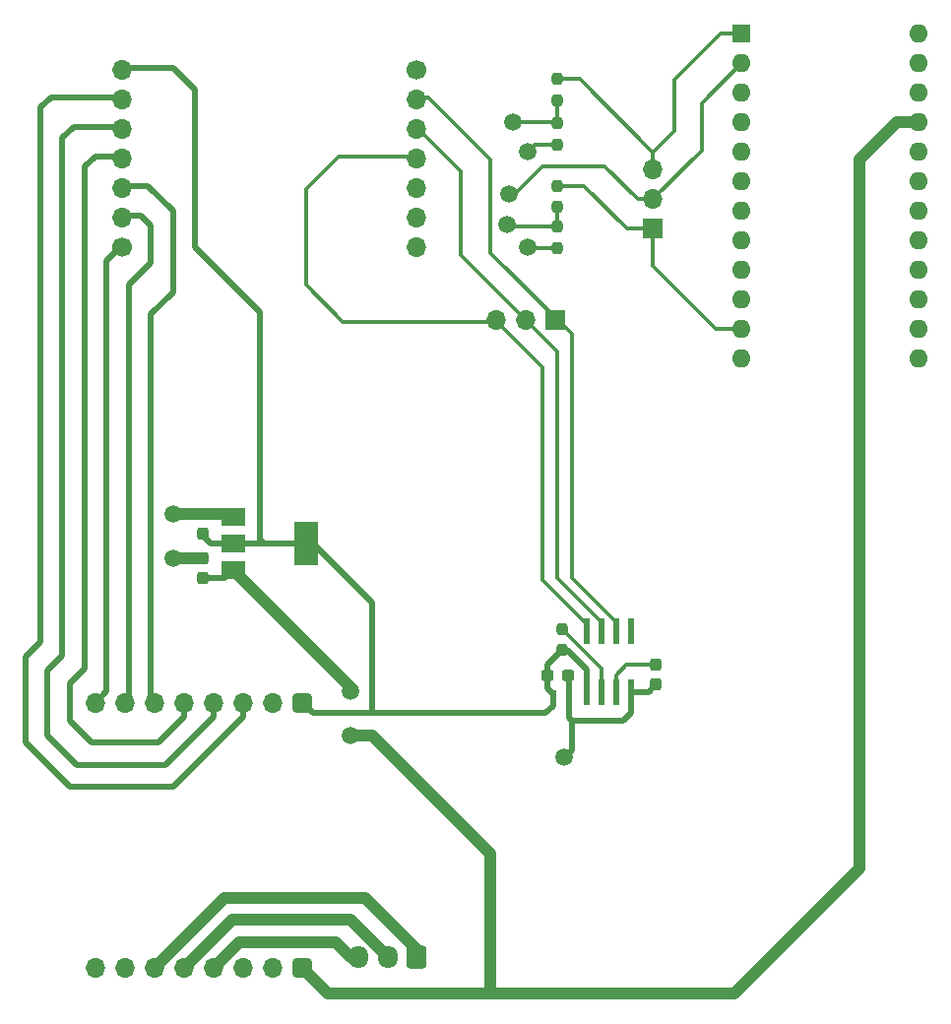
<source format=gbr>
%TF.GenerationSoftware,KiCad,Pcbnew,(6.0.1)*%
%TF.CreationDate,2023-03-02T15:38:04+08:00*%
%TF.ProjectId,Scroller Motor 1,5363726f-6c6c-4657-9220-4d6f746f7220,rev?*%
%TF.SameCoordinates,Original*%
%TF.FileFunction,Copper,L1,Top*%
%TF.FilePolarity,Positive*%
%FSLAX46Y46*%
G04 Gerber Fmt 4.6, Leading zero omitted, Abs format (unit mm)*
G04 Created by KiCad (PCBNEW (6.0.1)) date 2023-03-02 15:38:04*
%MOMM*%
%LPD*%
G01*
G04 APERTURE LIST*
G04 Aperture macros list*
%AMRoundRect*
0 Rectangle with rounded corners*
0 $1 Rounding radius*
0 $2 $3 $4 $5 $6 $7 $8 $9 X,Y pos of 4 corners*
0 Add a 4 corners polygon primitive as box body*
4,1,4,$2,$3,$4,$5,$6,$7,$8,$9,$2,$3,0*
0 Add four circle primitives for the rounded corners*
1,1,$1+$1,$2,$3*
1,1,$1+$1,$4,$5*
1,1,$1+$1,$6,$7*
1,1,$1+$1,$8,$9*
0 Add four rect primitives between the rounded corners*
20,1,$1+$1,$2,$3,$4,$5,0*
20,1,$1+$1,$4,$5,$6,$7,0*
20,1,$1+$1,$6,$7,$8,$9,0*
20,1,$1+$1,$8,$9,$2,$3,0*%
G04 Aperture macros list end*
%TA.AperFunction,ComponentPad*%
%ADD10RoundRect,0.399500X0.450500X-0.450500X0.450500X0.450500X-0.450500X0.450500X-0.450500X-0.450500X0*%
%TD*%
%TA.AperFunction,ComponentPad*%
%ADD11O,1.700000X1.700000*%
%TD*%
%TA.AperFunction,SMDPad,CuDef*%
%ADD12RoundRect,0.237500X-0.300000X-0.237500X0.300000X-0.237500X0.300000X0.237500X-0.300000X0.237500X0*%
%TD*%
%TA.AperFunction,ComponentPad*%
%ADD13R,1.700000X1.700000*%
%TD*%
%TA.AperFunction,SMDPad,CuDef*%
%ADD14RoundRect,0.237500X0.237500X-0.300000X0.237500X0.300000X-0.237500X0.300000X-0.237500X-0.300000X0*%
%TD*%
%TA.AperFunction,SMDPad,CuDef*%
%ADD15RoundRect,0.237500X-0.237500X0.250000X-0.237500X-0.250000X0.237500X-0.250000X0.237500X0.250000X0*%
%TD*%
%TA.AperFunction,SMDPad,CuDef*%
%ADD16RoundRect,0.237500X0.237500X-0.250000X0.237500X0.250000X-0.237500X0.250000X-0.237500X-0.250000X0*%
%TD*%
%TA.AperFunction,ComponentPad*%
%ADD17R,1.600000X1.600000*%
%TD*%
%TA.AperFunction,ComponentPad*%
%ADD18O,1.600000X1.600000*%
%TD*%
%TA.AperFunction,ComponentPad*%
%ADD19C,1.700000*%
%TD*%
%TA.AperFunction,SMDPad,CuDef*%
%ADD20R,2.000000X1.500000*%
%TD*%
%TA.AperFunction,SMDPad,CuDef*%
%ADD21R,2.000000X3.800000*%
%TD*%
%TA.AperFunction,SMDPad,CuDef*%
%ADD22R,0.600000X2.200000*%
%TD*%
%TA.AperFunction,SMDPad,CuDef*%
%ADD23R,0.600000X0.700000*%
%TD*%
%TA.AperFunction,ComponentPad*%
%ADD24RoundRect,0.250000X0.600000X0.725000X-0.600000X0.725000X-0.600000X-0.725000X0.600000X-0.725000X0*%
%TD*%
%TA.AperFunction,ComponentPad*%
%ADD25O,1.700000X1.950000*%
%TD*%
%TA.AperFunction,ViaPad*%
%ADD26C,1.500000*%
%TD*%
%TA.AperFunction,Conductor*%
%ADD27C,0.500000*%
%TD*%
%TA.AperFunction,Conductor*%
%ADD28C,0.300000*%
%TD*%
%TA.AperFunction,Conductor*%
%ADD29C,1.000000*%
%TD*%
G04 APERTURE END LIST*
D10*
%TO.P,TMC1,1,+VCC_IO*%
%TO.N,+3V3*%
X100622893Y-130547107D03*
D11*
%TO.P,TMC1,2,GND*%
%TO.N,GND*%
X98082893Y-130547107D03*
%TO.P,TMC1,3,UH_in*%
%TO.N,UH_in*%
X95542893Y-130547107D03*
%TO.P,TMC1,4,UL_in*%
%TO.N,UL_in*%
X93002893Y-130547107D03*
%TO.P,TMC1,5,VH_in*%
%TO.N,VH_in*%
X90462893Y-130547107D03*
%TO.P,TMC1,6,VL_in*%
%TO.N,VL_in*%
X87922893Y-130547107D03*
%TO.P,TMC1,7,WH_in*%
%TO.N,WH_in*%
X85382893Y-130547107D03*
%TO.P,TMC1,8,WL_in*%
%TO.N,WL_in*%
X82842893Y-130547107D03*
D10*
%TO.P,TMC1,9,+VBAT*%
%TO.N,+5V*%
X100622893Y-153347107D03*
D11*
%TO.P,TMC1,10,GND*%
%TO.N,GND*%
X98082893Y-153347107D03*
%TO.P,TMC1,11,GND*%
X95542893Y-153347107D03*
%TO.P,TMC1,12,W*%
%TO.N,/W_Out*%
X93002893Y-153347107D03*
%TO.P,TMC1,13,V*%
%TO.N,/V_Out*%
X90462893Y-153347107D03*
%TO.P,TMC1,14,W*%
%TO.N,/U_Out*%
X87922893Y-153347107D03*
%TO.P,TMC1,15,GND*%
%TO.N,GND*%
X85382893Y-153347107D03*
%TO.P,TMC1,16,DIAG*%
%TO.N,unconnected-(TMC1-Pad16)*%
X82842893Y-153347107D03*
%TD*%
D12*
%TO.P,C4,1*%
%TO.N,+3V3*%
X121737500Y-128200000D03*
%TO.P,C4,2*%
%TO.N,GND*%
X123462500Y-128200000D03*
%TD*%
D13*
%TO.P,J2,1,Pin_1*%
%TO.N,SDA*%
X122400000Y-97600000D03*
D11*
%TO.P,J2,2,Pin_2*%
%TO.N,SCL*%
X119860000Y-97600000D03*
%TO.P,J2,3,Pin_3*%
%TO.N,CSn*%
X117320000Y-97600000D03*
%TD*%
D13*
%TO.P,J3,1,Pin_1*%
%TO.N,BTN_NEXT_O*%
X130800000Y-89800000D03*
D11*
%TO.P,J3,2,Pin_2*%
%TO.N,SERIAL_TX*%
X130800000Y-87260000D03*
%TO.P,J3,3,Pin_3*%
%TO.N,SERIAL_RX*%
X130800000Y-84720000D03*
%TD*%
D14*
%TO.P,C3,1*%
%TO.N,GND*%
X131000000Y-129000000D03*
%TO.P,C3,2*%
%TO.N,Net-(C3-Pad2)*%
X131000000Y-127275000D03*
%TD*%
%TO.P,C1,1*%
%TO.N,+5V*%
X92075000Y-119835000D03*
%TO.P,C1,2*%
%TO.N,GND*%
X92075000Y-118110000D03*
%TD*%
D15*
%TO.P,RM_1,1*%
%TO.N,BTN_NEXT_O*%
X122555000Y-86082500D03*
%TO.P,RM_1,2*%
%TO.N,BTN_NXT*%
X122555000Y-87907500D03*
%TD*%
%TO.P,RS_2,1*%
%TO.N,Net-(ESP32-Pad12)*%
X122555000Y-80725000D03*
%TO.P,RS_2,2*%
%TO.N,GND*%
X122555000Y-82550000D03*
%TD*%
D16*
%TO.P,RT_1,2*%
%TO.N,Net-(MT6701-Pad2)*%
X123000000Y-124200000D03*
%TO.P,RT_1,1*%
%TO.N,+3V3*%
X123000000Y-126025000D03*
%TD*%
D17*
%TO.P,QMK1,1,D1/TX*%
%TO.N,SERIAL_RX*%
X138430000Y-73025000D03*
D18*
%TO.P,QMK1,2,D0/RX*%
%TO.N,SERIAL_TX*%
X138430000Y-75565000D03*
%TO.P,QMK1,3,GND*%
%TO.N,GND*%
X138430000Y-78105000D03*
%TO.P,QMK1,4,GND*%
X138430000Y-80645000D03*
%TO.P,QMK1,5,D2*%
%TO.N,unconnected-(QMK1-Pad5)*%
X138430000Y-83185000D03*
%TO.P,QMK1,6,~D3*%
%TO.N,unconnected-(QMK1-Pad6)*%
X138430000Y-85725000D03*
%TO.P,QMK1,7,D4/A6*%
%TO.N,unconnected-(QMK1-Pad7)*%
X138430000Y-88265000D03*
%TO.P,QMK1,8,~D5*%
%TO.N,unconnected-(QMK1-Pad8)*%
X138430000Y-90805000D03*
%TO.P,QMK1,9,~D6/A7*%
%TO.N,unconnected-(QMK1-Pad9)*%
X138430000Y-93345000D03*
%TO.P,QMK1,10,D7*%
%TO.N,unconnected-(QMK1-Pad10)*%
X138430000Y-95885000D03*
%TO.P,QMK1,11,D8/A8*%
%TO.N,BTN_NEXT_O*%
X138430000Y-98425000D03*
%TO.P,QMK1,12,~D9/A9*%
%TO.N,unconnected-(QMK1-Pad12)*%
X138430000Y-100965000D03*
%TO.P,QMK1,13,~D10/A10*%
%TO.N,Col 4*%
X153670000Y-100965000D03*
%TO.P,QMK1,14,D16*%
%TO.N,Col 3*%
X153670000Y-98425000D03*
%TO.P,QMK1,15,D14*%
%TO.N,Col 2*%
X153670000Y-95885000D03*
%TO.P,QMK1,16,D15*%
%TO.N,Col 1*%
X153670000Y-93345000D03*
%TO.P,QMK1,17,D18/A0*%
%TO.N,Row 4*%
X153670000Y-90805000D03*
%TO.P,QMK1,18,D19/A1*%
%TO.N,Row 3*%
X153670000Y-88265000D03*
%TO.P,QMK1,19,D20/A2*%
%TO.N,Row 2*%
X153670000Y-85725000D03*
%TO.P,QMK1,20,D21/A3*%
%TO.N,Row 1*%
X153670000Y-83185000D03*
%TO.P,QMK1,21,VCC*%
%TO.N,+5V*%
X153670000Y-80645000D03*
%TO.P,QMK1,22,RST*%
%TO.N,unconnected-(QMK1-Pad22)*%
X153670000Y-78105000D03*
%TO.P,QMK1,23,GND*%
%TO.N,GND*%
X153670000Y-75565000D03*
%TO.P,QMK1,24,RAW*%
%TO.N,unconnected-(QMK1-Pad24)*%
X153670000Y-73025000D03*
%TD*%
D15*
%TO.P,RM_2,1*%
%TO.N,BTN_NXT*%
X122555000Y-89615000D03*
%TO.P,RM_2,2*%
%TO.N,GND*%
X122555000Y-91440000D03*
%TD*%
D11*
%TO.P,ESP32,1,3V3*%
%TO.N,+3V3*%
X85170500Y-76106000D03*
%TO.P,ESP32,2,UH*%
%TO.N,UH_in*%
X85170500Y-78646000D03*
%TO.P,ESP32,3,UL*%
%TO.N,UL_in*%
X85170500Y-81186000D03*
%TO.P,ESP32,4,VH*%
%TO.N,VH_in*%
X85170500Y-83726000D03*
%TO.P,ESP32,5,VL*%
%TO.N,VL_in*%
X85170500Y-86266000D03*
%TO.P,ESP32,6,WH*%
%TO.N,WH_in*%
X85170500Y-88806000D03*
D19*
%TO.P,ESP32,7,WL*%
%TO.N,WL_in*%
X85170500Y-91346000D03*
%TO.P,ESP32,8,GND*%
%TO.N,GND*%
X110490000Y-76126000D03*
D11*
%TO.P,ESP32,9,SDA*%
%TO.N,SDA*%
X110490000Y-78666000D03*
%TO.P,ESP32,10,SCL*%
%TO.N,SCL*%
X110490000Y-81206000D03*
%TO.P,ESP32,11,CSN*%
%TO.N,CSn*%
X110490000Y-83746000D03*
%TO.P,ESP32,12,S_RX*%
%TO.N,Net-(ESP32-Pad12)*%
X110490000Y-86286000D03*
%TO.P,ESP32,13,S_TX*%
%TO.N,SERIAL_TX*%
X110490000Y-88826000D03*
%TO.P,ESP32,14,B_NXT*%
%TO.N,BTN_NXT*%
X110490000Y-91366000D03*
%TD*%
D15*
%TO.P,RS_1,1*%
%TO.N,SERIAL_RX*%
X122555000Y-76915000D03*
%TO.P,RS_1,2*%
%TO.N,Net-(ESP32-Pad12)*%
X122555000Y-78740000D03*
%TD*%
D20*
%TO.P,AMS1,1,GND*%
%TO.N,GND*%
X94665000Y-114540000D03*
D21*
%TO.P,AMS1,2,VO*%
%TO.N,+3V3*%
X100965000Y-116840000D03*
D20*
X94665000Y-116840000D03*
%TO.P,AMS1,3,VI*%
%TO.N,+5V*%
X94665000Y-119140000D03*
%TD*%
D22*
%TO.P,MT6701,1,VDD*%
%TO.N,+3V3*%
X125095000Y-129600000D03*
%TO.P,MT6701,2,MODE*%
%TO.N,Net-(MT6701-Pad2)*%
X126365000Y-129600000D03*
%TO.P,MT6701,3,OUT*%
%TO.N,Net-(C3-Pad2)*%
X127635000Y-129600000D03*
%TO.P,MT6701,4,GND*%
%TO.N,GND*%
X128905000Y-129600000D03*
%TO.P,MT6701,5,PUSH*%
%TO.N,unconnected-(MT6701-Pad5)*%
X128905000Y-124400000D03*
%TO.P,MT6701,6,A/SDA*%
%TO.N,SDA*%
X127635000Y-124400000D03*
%TO.P,MT6701,7,B/SCL*%
%TO.N,SCL*%
X126365000Y-124400000D03*
%TO.P,MT6701,8,Z/CSn*%
%TO.N,CSn*%
X125095000Y-124400000D03*
%TD*%
D14*
%TO.P,C2,2*%
%TO.N,GND*%
X92075000Y-114300000D03*
%TO.P,C2,1*%
%TO.N,+3V3*%
X92075000Y-116025000D03*
%TD*%
D23*
%TO.P,D1,2,A*%
%TO.N,GND*%
X123600000Y-129800000D03*
%TO.P,D1,1,K*%
%TO.N,+3V3*%
X122200000Y-129800000D03*
%TD*%
D24*
%TO.P,J1,1,Pin_1*%
%TO.N,/U_Out*%
X110490000Y-152400000D03*
D25*
%TO.P,J1,2,Pin_2*%
%TO.N,/V_Out*%
X107990000Y-152400000D03*
%TO.P,J1,3,Pin_3*%
%TO.N,/W_Out*%
X105490000Y-152400000D03*
%TD*%
D26*
%TO.N,SERIAL_TX*%
X118400000Y-86800000D03*
%TO.N,BTN_NXT*%
X118200000Y-89400000D03*
%TO.N,GND*%
X120000000Y-91400000D03*
X120015000Y-83185000D03*
%TO.N,Net-(ESP32-Pad12)*%
X118745000Y-80645000D03*
%TO.N,+5V*%
X104775000Y-129540000D03*
X104775000Y-133350000D03*
%TO.N,GND*%
X123190000Y-135255000D03*
X89535000Y-118110000D03*
X89535000Y-114300000D03*
%TD*%
D27*
%TO.N,+3V3*%
X121737500Y-129337500D02*
X122200000Y-129800000D01*
X121737500Y-127287500D02*
X121737500Y-129337500D01*
X123000000Y-126025000D02*
X121737500Y-127287500D01*
D28*
%TO.N,SDA*%
X123825000Y-109220000D02*
X123825000Y-98825000D01*
D27*
%TO.N,+3V3*%
X123425000Y-126025000D02*
X125095000Y-127695000D01*
X123000000Y-126025000D02*
X123425000Y-126025000D01*
D28*
%TO.N,Net-(MT6701-Pad2)*%
X126365000Y-127565000D02*
X123000000Y-124200000D01*
X126365000Y-129600000D02*
X126365000Y-127565000D01*
D27*
%TO.N,+3V3*%
X125095000Y-129600000D02*
X125095000Y-127695000D01*
%TO.N,GND*%
X123600000Y-128400000D02*
X123600000Y-129800000D01*
X123400000Y-128200000D02*
X123600000Y-128400000D01*
X123600000Y-131855000D02*
X123825000Y-132080000D01*
X123600000Y-129800000D02*
X123600000Y-131855000D01*
%TO.N,+3V3*%
X122200000Y-130800000D02*
X122200000Y-129800000D01*
X121555000Y-131445000D02*
X122200000Y-130800000D01*
X104775000Y-131445000D02*
X121555000Y-131445000D01*
D28*
%TO.N,Net-(C3-Pad2)*%
X128525000Y-127275000D02*
X131000000Y-127275000D01*
X127635000Y-128165000D02*
X128525000Y-127275000D01*
X127635000Y-129600000D02*
X127635000Y-128165000D01*
D27*
%TO.N,GND*%
X130400000Y-129600000D02*
X131000000Y-129000000D01*
X128905000Y-129600000D02*
X130400000Y-129600000D01*
%TO.N,+3V3*%
X91400000Y-77800000D02*
X89526000Y-75926000D01*
X91400000Y-91400000D02*
X91400000Y-77800000D01*
X97000000Y-97000000D02*
X91400000Y-91400000D01*
X97000000Y-116480000D02*
X97000000Y-97000000D01*
X89526000Y-75926000D02*
X85170500Y-75926000D01*
X97360000Y-116840000D02*
X97000000Y-116480000D01*
X97360000Y-116840000D02*
X101600000Y-116840000D01*
X92760000Y-116840000D02*
X97360000Y-116840000D01*
D28*
%TO.N,CSn*%
X103759000Y-83566000D02*
X110490000Y-83566000D01*
X100965000Y-94615000D02*
X100965000Y-86360000D01*
X100965000Y-86360000D02*
X103759000Y-83566000D01*
X104140000Y-97790000D02*
X100965000Y-94615000D01*
X117390000Y-97790000D02*
X104140000Y-97790000D01*
X121285000Y-101685000D02*
X117390000Y-97790000D01*
X121285000Y-119985000D02*
X121285000Y-101685000D01*
X125095000Y-123795000D02*
X121285000Y-119985000D01*
X125095000Y-124400000D02*
X125095000Y-123795000D01*
%TO.N,SDA*%
X116840000Y-83820000D02*
X111506000Y-78486000D01*
X116840000Y-91840000D02*
X116840000Y-83820000D01*
X111506000Y-78486000D02*
X110490000Y-78486000D01*
X123825000Y-98825000D02*
X116840000Y-91840000D01*
%TO.N,SERIAL_TX*%
X121285000Y-84455000D02*
X126655000Y-84455000D01*
X126655000Y-84455000D02*
X129460000Y-87260000D01*
X118940000Y-86800000D02*
X121285000Y-84455000D01*
X129460000Y-87260000D02*
X130800000Y-87260000D01*
X118400000Y-86800000D02*
X118940000Y-86800000D01*
%TO.N,BTN_NXT*%
X118415000Y-89615000D02*
X122555000Y-89615000D01*
X118200000Y-89400000D02*
X118415000Y-89615000D01*
%TO.N,GND*%
X120000000Y-91400000D02*
X120040000Y-91440000D01*
X120040000Y-91440000D02*
X122555000Y-91440000D01*
%TO.N,SERIAL_RX*%
X136575000Y-73025000D02*
X138430000Y-73025000D01*
X132600000Y-77000000D02*
X136575000Y-73025000D01*
X132600000Y-81400000D02*
X132600000Y-77000000D01*
X130800000Y-83200000D02*
X132600000Y-81400000D01*
X124515000Y-76915000D02*
X130800000Y-83200000D01*
X130800000Y-83200000D02*
X130800000Y-84720000D01*
X122555000Y-76915000D02*
X124515000Y-76915000D01*
%TO.N,SERIAL_TX*%
X135000000Y-83060000D02*
X135000000Y-78995000D01*
X135000000Y-78995000D02*
X138430000Y-75565000D01*
X130800000Y-87260000D02*
X135000000Y-83060000D01*
%TO.N,BTN_NEXT_O*%
X128535000Y-89800000D02*
X124817500Y-86082500D01*
X130800000Y-89800000D02*
X128535000Y-89800000D01*
X130800000Y-93000000D02*
X136225000Y-98425000D01*
X136225000Y-98425000D02*
X138430000Y-98425000D01*
X130800000Y-89800000D02*
X130800000Y-93000000D01*
D29*
%TO.N,+5V*%
X137795000Y-155575000D02*
X148590000Y-144780000D01*
X148590000Y-144780000D02*
X148590000Y-83820000D01*
X116840000Y-155575000D02*
X137795000Y-155575000D01*
X148590000Y-83820000D02*
X151765000Y-80645000D01*
X151765000Y-80645000D02*
X153670000Y-80645000D01*
D28*
%TO.N,GND*%
X120650000Y-82550000D02*
X120015000Y-83185000D01*
X122555000Y-82550000D02*
X120650000Y-82550000D01*
%TO.N,BTN_NEXT_O*%
X122555000Y-86082500D02*
X124817500Y-86082500D01*
%TO.N,Net-(ESP32-Pad12)*%
X118745000Y-80645000D02*
X122475000Y-80645000D01*
X122475000Y-80645000D02*
X122555000Y-80725000D01*
X122555000Y-78740000D02*
X122555000Y-80725000D01*
%TO.N,BTN_NXT*%
X122555000Y-87907500D02*
X122555000Y-89615000D01*
D29*
%TO.N,+5V*%
X116840000Y-143510000D02*
X116840000Y-155575000D01*
X106680000Y-133350000D02*
X116840000Y-143510000D01*
X104775000Y-133350000D02*
X106680000Y-133350000D01*
X104775000Y-129250000D02*
X94665000Y-119140000D01*
X104775000Y-129540000D02*
X104775000Y-129250000D01*
D27*
%TO.N,+3V3*%
X106680000Y-131445000D02*
X104775000Y-131445000D01*
X101600000Y-116840000D02*
X106680000Y-121920000D01*
X106680000Y-121920000D02*
X106680000Y-131445000D01*
D29*
%TO.N,+5V*%
X102850786Y-155575000D02*
X116840000Y-155575000D01*
X100622893Y-153347107D02*
X102850786Y-155575000D01*
%TO.N,/W_Out*%
X104775000Y-152400000D02*
X105490000Y-152400000D01*
X103505000Y-151130000D02*
X104775000Y-152400000D01*
X95220000Y-151130000D02*
X103505000Y-151130000D01*
X93002893Y-153347107D02*
X95220000Y-151130000D01*
%TO.N,/V_Out*%
X104815000Y-149225000D02*
X107990000Y-152400000D01*
X90462893Y-153347107D02*
X94585000Y-149225000D01*
X94585000Y-149225000D02*
X104815000Y-149225000D01*
%TO.N,/U_Out*%
X110490000Y-151765000D02*
X110490000Y-152400000D01*
X106045000Y-147320000D02*
X110490000Y-151765000D01*
X93950000Y-147320000D02*
X106045000Y-147320000D01*
X87922893Y-153347107D02*
X93950000Y-147320000D01*
D27*
%TO.N,UH_in*%
X79014000Y-78466000D02*
X85170500Y-78466000D01*
X78105000Y-79375000D02*
X79014000Y-78466000D01*
X78105000Y-125305548D02*
X78105000Y-79375000D01*
X76835000Y-126575548D02*
X78105000Y-125305548D01*
X76835000Y-133985000D02*
X76835000Y-126575548D01*
X89535000Y-137795000D02*
X80645000Y-137795000D01*
X95542893Y-130547107D02*
X95542893Y-131787107D01*
X80645000Y-137795000D02*
X76835000Y-133985000D01*
X95542893Y-131787107D02*
X89535000Y-137795000D01*
%TO.N,UL_in*%
X81006000Y-81006000D02*
X85170500Y-81006000D01*
X81280000Y-135890000D02*
X78740000Y-133350000D01*
X78740000Y-127775365D02*
X80010000Y-126505365D01*
X80010000Y-126505365D02*
X80010000Y-82002000D01*
X88900000Y-135890000D02*
X81280000Y-135890000D01*
X78740000Y-133350000D02*
X78740000Y-127775365D01*
X80010000Y-82002000D02*
X81006000Y-81006000D01*
X93002893Y-131787107D02*
X88900000Y-135890000D01*
X93002893Y-130547107D02*
X93002893Y-131787107D01*
%TO.N,VH_in*%
X82824000Y-83546000D02*
X85170500Y-83546000D01*
X81915000Y-84455000D02*
X82824000Y-83546000D01*
X81915000Y-127635000D02*
X81915000Y-84455000D01*
X80645000Y-128905000D02*
X81915000Y-127635000D01*
X80645000Y-132080000D02*
X80645000Y-128905000D01*
X82550000Y-133985000D02*
X80645000Y-132080000D01*
X88265000Y-133985000D02*
X82550000Y-133985000D01*
X90462893Y-131787107D02*
X88265000Y-133985000D01*
X90462893Y-130547107D02*
X90462893Y-131787107D01*
%TO.N,WL_in*%
X83820000Y-92516500D02*
X85170500Y-91166000D01*
X82842893Y-130547107D02*
X83820000Y-129570000D01*
X83820000Y-129570000D02*
X83820000Y-92516500D01*
%TO.N,WH_in*%
X87630000Y-89535000D02*
X86721000Y-88626000D01*
X87630000Y-92710000D02*
X87630000Y-89535000D01*
X85725000Y-94615000D02*
X87630000Y-92710000D01*
X86721000Y-88626000D02*
X85170500Y-88626000D01*
X85725000Y-130205000D02*
X85725000Y-94615000D01*
X85382893Y-130547107D02*
X85725000Y-130205000D01*
%TO.N,VL_in*%
X89535000Y-88265000D02*
X87356000Y-86086000D01*
X89535000Y-95250000D02*
X89535000Y-88265000D01*
X87630000Y-97155000D02*
X89535000Y-95250000D01*
X87356000Y-86086000D02*
X85170500Y-86086000D01*
X87922893Y-130547107D02*
X87630000Y-130254214D01*
X87630000Y-130254214D02*
X87630000Y-97155000D01*
%TO.N,+5V*%
X92075000Y-119835000D02*
X93970000Y-119835000D01*
X93970000Y-119835000D02*
X94665000Y-119140000D01*
%TO.N,+3V3*%
X92075000Y-116155000D02*
X92760000Y-116840000D01*
X92075000Y-116025000D02*
X92075000Y-116155000D01*
D29*
%TO.N,GND*%
X94425000Y-114300000D02*
X94483588Y-114358588D01*
X92075000Y-114300000D02*
X94425000Y-114300000D01*
D27*
X123825000Y-134620000D02*
X123190000Y-135255000D01*
X123825000Y-132080000D02*
X123825000Y-134620000D01*
X123825000Y-132080000D02*
X128270000Y-132080000D01*
D29*
X92075000Y-118110000D02*
X89535000Y-118110000D01*
X89535000Y-114300000D02*
X92075000Y-114300000D01*
D27*
%TO.N,+3V3*%
X104775000Y-131445000D02*
X101520786Y-131445000D01*
X101520786Y-131445000D02*
X100622893Y-130547107D01*
%TO.N,GND*%
X128270000Y-132080000D02*
X128905000Y-131445000D01*
X128905000Y-131445000D02*
X128905000Y-129600000D01*
D28*
%TO.N,SCL*%
X122555000Y-106680000D02*
X122555000Y-100330000D01*
%TO.N,SDA*%
X123825000Y-119790000D02*
X123825000Y-109220000D01*
X127635000Y-123600000D02*
X123825000Y-119790000D01*
X127635000Y-124400000D02*
X127635000Y-123600000D01*
%TO.N,SCL*%
X114300000Y-84836000D02*
X110490000Y-81026000D01*
X122555000Y-100330000D02*
X114300000Y-92075000D01*
X122555000Y-119790000D02*
X122555000Y-106680000D01*
X126365000Y-123600000D02*
X122555000Y-119790000D01*
X114300000Y-92075000D02*
X114300000Y-84836000D01*
X126365000Y-124400000D02*
X126365000Y-123600000D01*
%TD*%
M02*

</source>
